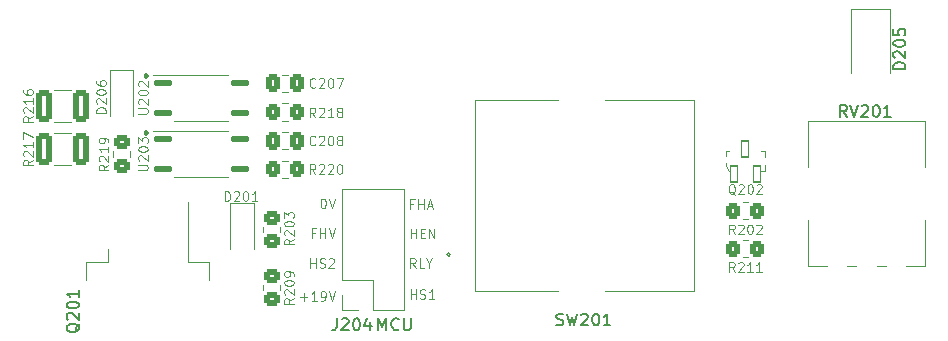
<source format=gto>
G04 #@! TF.GenerationSoftware,KiCad,Pcbnew,(6.0.9)*
G04 #@! TF.CreationDate,2022-11-14T17:10:28+01:00*
G04 #@! TF.ProjectId,HeaterPSU,48656174-6572-4505-9355-2e6b69636164,rev?*
G04 #@! TF.SameCoordinates,Original*
G04 #@! TF.FileFunction,Legend,Top*
G04 #@! TF.FilePolarity,Positive*
%FSLAX46Y46*%
G04 Gerber Fmt 4.6, Leading zero omitted, Abs format (unit mm)*
G04 Created by KiCad (PCBNEW (6.0.9)) date 2022-11-14 17:10:28*
%MOMM*%
%LPD*%
G01*
G04 APERTURE LIST*
G04 Aperture macros list*
%AMRoundRect*
0 Rectangle with rounded corners*
0 $1 Rounding radius*
0 $2 $3 $4 $5 $6 $7 $8 $9 X,Y pos of 4 corners*
0 Add a 4 corners polygon primitive as box body*
4,1,4,$2,$3,$4,$5,$6,$7,$8,$9,$2,$3,0*
0 Add four circle primitives for the rounded corners*
1,1,$1+$1,$2,$3*
1,1,$1+$1,$4,$5*
1,1,$1+$1,$6,$7*
1,1,$1+$1,$8,$9*
0 Add four rect primitives between the rounded corners*
20,1,$1+$1,$2,$3,$4,$5,0*
20,1,$1+$1,$4,$5,$6,$7,0*
20,1,$1+$1,$6,$7,$8,$9,0*
20,1,$1+$1,$8,$9,$2,$3,0*%
G04 Aperture macros list end*
%ADD10C,0.100000*%
%ADD11C,0.300000*%
%ADD12C,0.150000*%
%ADD13C,0.120000*%
%ADD14C,0.200000*%
%ADD15C,2.200000*%
%ADD16C,3.200000*%
%ADD17RoundRect,0.250000X-0.350000X-0.450000X0.350000X-0.450000X0.350000X0.450000X-0.350000X0.450000X0*%
%ADD18R,1.100000X4.600000*%
%ADD19R,10.800000X9.400000*%
%ADD20C,4.000000*%
%ADD21C,1.800000*%
%ADD22R,1.800000X2.500000*%
%ADD23R,1.700000X1.700000*%
%ADD24O,1.700000X1.700000*%
%ADD25RoundRect,0.250000X0.337500X0.475000X-0.337500X0.475000X-0.337500X-0.475000X0.337500X-0.475000X0*%
%ADD26RoundRect,0.137500X-0.662500X-0.137500X0.662500X-0.137500X0.662500X0.137500X-0.662500X0.137500X0*%
%ADD27RoundRect,0.250000X0.400000X1.075000X-0.400000X1.075000X-0.400000X-1.075000X0.400000X-1.075000X0*%
%ADD28RoundRect,0.250000X-0.450000X0.350000X-0.450000X-0.350000X0.450000X-0.350000X0.450000X0.350000X0*%
%ADD29C,3.000000*%
%ADD30C,1.400000*%
%ADD31RoundRect,0.250000X0.350000X0.450000X-0.350000X0.450000X-0.350000X-0.450000X0.350000X-0.450000X0*%
%ADD32R,1.200000X0.900000*%
%ADD33RoundRect,0.250000X0.450000X-0.350000X0.450000X0.350000X-0.450000X0.350000X-0.450000X-0.350000X0*%
%ADD34RoundRect,0.070000X0.300000X-0.650000X0.300000X0.650000X-0.300000X0.650000X-0.300000X-0.650000X0*%
%ADD35R,2.500000X2.500000*%
%ADD36O,2.500000X2.500000*%
%ADD37R,1.550000X1.550000*%
%ADD38C,1.550000*%
%ADD39R,3.000000X3.000000*%
%ADD40O,2.200000X1.700000*%
%ADD41R,2.200000X1.700000*%
G04 APERTURE END LIST*
D10*
X96888095Y-68711904D02*
X96621428Y-68330952D01*
X96430952Y-68711904D02*
X96430952Y-67911904D01*
X96735714Y-67911904D01*
X96811904Y-67950000D01*
X96850000Y-67988095D01*
X96888095Y-68064285D01*
X96888095Y-68178571D01*
X96850000Y-68254761D01*
X96811904Y-68292857D01*
X96735714Y-68330952D01*
X96430952Y-68330952D01*
X97611904Y-68711904D02*
X97230952Y-68711904D01*
X97230952Y-67911904D01*
X98030952Y-68330952D02*
X98030952Y-68711904D01*
X97764285Y-67911904D02*
X98030952Y-68330952D01*
X98297619Y-67911904D01*
X88378571Y-65742857D02*
X88111905Y-65742857D01*
X88111905Y-66161904D02*
X88111905Y-65361904D01*
X88492857Y-65361904D01*
X88797619Y-66161904D02*
X88797619Y-65361904D01*
X88797619Y-65742857D02*
X89254762Y-65742857D01*
X89254762Y-66161904D02*
X89254762Y-65361904D01*
X89521429Y-65361904D02*
X89788095Y-66161904D01*
X90054762Y-65361904D01*
D11*
X74100000Y-52435714D02*
X74171428Y-52507142D01*
X74100000Y-52578571D01*
X74028571Y-52507142D01*
X74100000Y-52435714D01*
X74100000Y-52578571D01*
D10*
X96707142Y-63292857D02*
X96440476Y-63292857D01*
X96440476Y-63711904D02*
X96440476Y-62911904D01*
X96821428Y-62911904D01*
X97126190Y-63711904D02*
X97126190Y-62911904D01*
X97126190Y-63292857D02*
X97583333Y-63292857D01*
X97583333Y-63711904D02*
X97583333Y-62911904D01*
X97926190Y-63483333D02*
X98307142Y-63483333D01*
X97850000Y-63711904D02*
X98116666Y-62911904D01*
X98383333Y-63711904D01*
D12*
X93742857Y-74002380D02*
X93742857Y-73002380D01*
X94076190Y-73716666D01*
X94409523Y-73002380D01*
X94409523Y-74002380D01*
X95457142Y-73907142D02*
X95409523Y-73954761D01*
X95266666Y-74002380D01*
X95171428Y-74002380D01*
X95028571Y-73954761D01*
X94933333Y-73859523D01*
X94885714Y-73764285D01*
X94838095Y-73573809D01*
X94838095Y-73430952D01*
X94885714Y-73240476D01*
X94933333Y-73145238D01*
X95028571Y-73050000D01*
X95171428Y-73002380D01*
X95266666Y-73002380D01*
X95409523Y-73050000D01*
X95457142Y-73097619D01*
X95885714Y-73002380D02*
X95885714Y-73811904D01*
X95933333Y-73907142D01*
X95980952Y-73954761D01*
X96076190Y-74002380D01*
X96266666Y-74002380D01*
X96361904Y-73954761D01*
X96409523Y-73907142D01*
X96457142Y-73811904D01*
X96457142Y-73002380D01*
D10*
X96459523Y-71361904D02*
X96459523Y-70561904D01*
X96459523Y-70942857D02*
X96916666Y-70942857D01*
X96916666Y-71361904D02*
X96916666Y-70561904D01*
X97259523Y-71323809D02*
X97373809Y-71361904D01*
X97564285Y-71361904D01*
X97640476Y-71323809D01*
X97678571Y-71285714D01*
X97716666Y-71209523D01*
X97716666Y-71133333D01*
X97678571Y-71057142D01*
X97640476Y-71019047D01*
X97564285Y-70980952D01*
X97411904Y-70942857D01*
X97335714Y-70904761D01*
X97297619Y-70866666D01*
X97259523Y-70790476D01*
X97259523Y-70714285D01*
X97297619Y-70638095D01*
X97335714Y-70600000D01*
X97411904Y-70561904D01*
X97602380Y-70561904D01*
X97716666Y-70600000D01*
X98478571Y-71361904D02*
X98021428Y-71361904D01*
X98250000Y-71361904D02*
X98250000Y-70561904D01*
X98173809Y-70676190D01*
X98097619Y-70752380D01*
X98021428Y-70790476D01*
X87959523Y-68711904D02*
X87959523Y-67911904D01*
X87959523Y-68292857D02*
X88416666Y-68292857D01*
X88416666Y-68711904D02*
X88416666Y-67911904D01*
X88759523Y-68673809D02*
X88873809Y-68711904D01*
X89064285Y-68711904D01*
X89140476Y-68673809D01*
X89178571Y-68635714D01*
X89216666Y-68559523D01*
X89216666Y-68483333D01*
X89178571Y-68407142D01*
X89140476Y-68369047D01*
X89064285Y-68330952D01*
X88911904Y-68292857D01*
X88835714Y-68254761D01*
X88797619Y-68216666D01*
X88759523Y-68140476D01*
X88759523Y-68064285D01*
X88797619Y-67988095D01*
X88835714Y-67950000D01*
X88911904Y-67911904D01*
X89102380Y-67911904D01*
X89216666Y-67950000D01*
X89521428Y-67988095D02*
X89559523Y-67950000D01*
X89635714Y-67911904D01*
X89826190Y-67911904D01*
X89902380Y-67950000D01*
X89940476Y-67988095D01*
X89978571Y-68064285D01*
X89978571Y-68140476D01*
X89940476Y-68254761D01*
X89483333Y-68711904D01*
X89978571Y-68711904D01*
X87121429Y-71207142D02*
X87730953Y-71207142D01*
X87426191Y-71511904D02*
X87426191Y-70902380D01*
X88530953Y-71511904D02*
X88073810Y-71511904D01*
X88302381Y-71511904D02*
X88302381Y-70711904D01*
X88226191Y-70826190D01*
X88150000Y-70902380D01*
X88073810Y-70940476D01*
X88911905Y-71511904D02*
X89064286Y-71511904D01*
X89140476Y-71473809D01*
X89178572Y-71435714D01*
X89254762Y-71321428D01*
X89292857Y-71169047D01*
X89292857Y-70864285D01*
X89254762Y-70788095D01*
X89216667Y-70750000D01*
X89140476Y-70711904D01*
X88988095Y-70711904D01*
X88911905Y-70750000D01*
X88873810Y-70788095D01*
X88835714Y-70864285D01*
X88835714Y-71054761D01*
X88873810Y-71130952D01*
X88911905Y-71169047D01*
X88988095Y-71207142D01*
X89140476Y-71207142D01*
X89216667Y-71169047D01*
X89254762Y-71130952D01*
X89292857Y-71054761D01*
X89521429Y-70711904D02*
X89788095Y-71511904D01*
X90054762Y-70711904D01*
X89026190Y-62861904D02*
X89102381Y-62861904D01*
X89178571Y-62900000D01*
X89216666Y-62938095D01*
X89254762Y-63014285D01*
X89292857Y-63166666D01*
X89292857Y-63357142D01*
X89254762Y-63509523D01*
X89216666Y-63585714D01*
X89178571Y-63623809D01*
X89102381Y-63661904D01*
X89026190Y-63661904D01*
X88950000Y-63623809D01*
X88911904Y-63585714D01*
X88873809Y-63509523D01*
X88835714Y-63357142D01*
X88835714Y-63166666D01*
X88873809Y-63014285D01*
X88911904Y-62938095D01*
X88950000Y-62900000D01*
X89026190Y-62861904D01*
X89521428Y-62861904D02*
X89788095Y-63661904D01*
X90054762Y-62861904D01*
X96464286Y-66211904D02*
X96464286Y-65411904D01*
X96464286Y-65792857D02*
X96921429Y-65792857D01*
X96921429Y-66211904D02*
X96921429Y-65411904D01*
X97302381Y-65792857D02*
X97569048Y-65792857D01*
X97683333Y-66211904D02*
X97302381Y-66211904D01*
X97302381Y-65411904D01*
X97683333Y-65411904D01*
X98026190Y-66211904D02*
X98026190Y-65411904D01*
X98483333Y-66211904D01*
X98483333Y-65411904D01*
D11*
X74100000Y-57235714D02*
X74171428Y-57307142D01*
X74100000Y-57378571D01*
X74028571Y-57307142D01*
X74100000Y-57235714D01*
X74100000Y-57378571D01*
D10*
X123904761Y-65861904D02*
X123638095Y-65480952D01*
X123447619Y-65861904D02*
X123447619Y-65061904D01*
X123752380Y-65061904D01*
X123828571Y-65100000D01*
X123866666Y-65138095D01*
X123904761Y-65214285D01*
X123904761Y-65328571D01*
X123866666Y-65404761D01*
X123828571Y-65442857D01*
X123752380Y-65480952D01*
X123447619Y-65480952D01*
X124209523Y-65138095D02*
X124247619Y-65100000D01*
X124323809Y-65061904D01*
X124514285Y-65061904D01*
X124590476Y-65100000D01*
X124628571Y-65138095D01*
X124666666Y-65214285D01*
X124666666Y-65290476D01*
X124628571Y-65404761D01*
X124171428Y-65861904D01*
X124666666Y-65861904D01*
X125161904Y-65061904D02*
X125238095Y-65061904D01*
X125314285Y-65100000D01*
X125352380Y-65138095D01*
X125390476Y-65214285D01*
X125428571Y-65366666D01*
X125428571Y-65557142D01*
X125390476Y-65709523D01*
X125352380Y-65785714D01*
X125314285Y-65823809D01*
X125238095Y-65861904D01*
X125161904Y-65861904D01*
X125085714Y-65823809D01*
X125047619Y-65785714D01*
X125009523Y-65709523D01*
X124971428Y-65557142D01*
X124971428Y-65366666D01*
X125009523Y-65214285D01*
X125047619Y-65138095D01*
X125085714Y-65100000D01*
X125161904Y-65061904D01*
X125733333Y-65138095D02*
X125771428Y-65100000D01*
X125847619Y-65061904D01*
X126038095Y-65061904D01*
X126114285Y-65100000D01*
X126152380Y-65138095D01*
X126190476Y-65214285D01*
X126190476Y-65290476D01*
X126152380Y-65404761D01*
X125695238Y-65861904D01*
X126190476Y-65861904D01*
D12*
X68447619Y-73447619D02*
X68400000Y-73542857D01*
X68304761Y-73638095D01*
X68161904Y-73780952D01*
X68114285Y-73876190D01*
X68114285Y-73971428D01*
X68352380Y-73923809D02*
X68304761Y-74019047D01*
X68209523Y-74114285D01*
X68019047Y-74161904D01*
X67685714Y-74161904D01*
X67495238Y-74114285D01*
X67400000Y-74019047D01*
X67352380Y-73923809D01*
X67352380Y-73733333D01*
X67400000Y-73638095D01*
X67495238Y-73542857D01*
X67685714Y-73495238D01*
X68019047Y-73495238D01*
X68209523Y-73542857D01*
X68304761Y-73638095D01*
X68352380Y-73733333D01*
X68352380Y-73923809D01*
X67447619Y-73114285D02*
X67400000Y-73066666D01*
X67352380Y-72971428D01*
X67352380Y-72733333D01*
X67400000Y-72638095D01*
X67447619Y-72590476D01*
X67542857Y-72542857D01*
X67638095Y-72542857D01*
X67780952Y-72590476D01*
X68352380Y-73161904D01*
X68352380Y-72542857D01*
X67352380Y-71923809D02*
X67352380Y-71828571D01*
X67400000Y-71733333D01*
X67447619Y-71685714D01*
X67542857Y-71638095D01*
X67733333Y-71590476D01*
X67971428Y-71590476D01*
X68161904Y-71638095D01*
X68257142Y-71685714D01*
X68304761Y-71733333D01*
X68352380Y-71828571D01*
X68352380Y-71923809D01*
X68304761Y-72019047D01*
X68257142Y-72066666D01*
X68161904Y-72114285D01*
X67971428Y-72161904D01*
X67733333Y-72161904D01*
X67542857Y-72114285D01*
X67447619Y-72066666D01*
X67400000Y-72019047D01*
X67352380Y-71923809D01*
X68352380Y-70638095D02*
X68352380Y-71209523D01*
X68352380Y-70923809D02*
X67352380Y-70923809D01*
X67495238Y-71019047D01*
X67590476Y-71114285D01*
X67638095Y-71209523D01*
X133402380Y-55952380D02*
X133069047Y-55476190D01*
X132830952Y-55952380D02*
X132830952Y-54952380D01*
X133211904Y-54952380D01*
X133307142Y-55000000D01*
X133354761Y-55047619D01*
X133402380Y-55142857D01*
X133402380Y-55285714D01*
X133354761Y-55380952D01*
X133307142Y-55428571D01*
X133211904Y-55476190D01*
X132830952Y-55476190D01*
X133688095Y-54952380D02*
X134021428Y-55952380D01*
X134354761Y-54952380D01*
X134640476Y-55047619D02*
X134688095Y-55000000D01*
X134783333Y-54952380D01*
X135021428Y-54952380D01*
X135116666Y-55000000D01*
X135164285Y-55047619D01*
X135211904Y-55142857D01*
X135211904Y-55238095D01*
X135164285Y-55380952D01*
X134592857Y-55952380D01*
X135211904Y-55952380D01*
X135830952Y-54952380D02*
X135926190Y-54952380D01*
X136021428Y-55000000D01*
X136069047Y-55047619D01*
X136116666Y-55142857D01*
X136164285Y-55333333D01*
X136164285Y-55571428D01*
X136116666Y-55761904D01*
X136069047Y-55857142D01*
X136021428Y-55904761D01*
X135926190Y-55952380D01*
X135830952Y-55952380D01*
X135735714Y-55904761D01*
X135688095Y-55857142D01*
X135640476Y-55761904D01*
X135592857Y-55571428D01*
X135592857Y-55333333D01*
X135640476Y-55142857D01*
X135688095Y-55047619D01*
X135735714Y-55000000D01*
X135830952Y-54952380D01*
X137116666Y-55952380D02*
X136545238Y-55952380D01*
X136830952Y-55952380D02*
X136830952Y-54952380D01*
X136735714Y-55095238D01*
X136640476Y-55190476D01*
X136545238Y-55238095D01*
X138344880Y-51897976D02*
X137344880Y-51897976D01*
X137344880Y-51659880D01*
X137392500Y-51517023D01*
X137487738Y-51421785D01*
X137582976Y-51374166D01*
X137773452Y-51326547D01*
X137916309Y-51326547D01*
X138106785Y-51374166D01*
X138202023Y-51421785D01*
X138297261Y-51517023D01*
X138344880Y-51659880D01*
X138344880Y-51897976D01*
X137440119Y-50945595D02*
X137392500Y-50897976D01*
X137344880Y-50802738D01*
X137344880Y-50564642D01*
X137392500Y-50469404D01*
X137440119Y-50421785D01*
X137535357Y-50374166D01*
X137630595Y-50374166D01*
X137773452Y-50421785D01*
X138344880Y-50993214D01*
X138344880Y-50374166D01*
X137344880Y-49755119D02*
X137344880Y-49659880D01*
X137392500Y-49564642D01*
X137440119Y-49517023D01*
X137535357Y-49469404D01*
X137725833Y-49421785D01*
X137963928Y-49421785D01*
X138154404Y-49469404D01*
X138249642Y-49517023D01*
X138297261Y-49564642D01*
X138344880Y-49659880D01*
X138344880Y-49755119D01*
X138297261Y-49850357D01*
X138249642Y-49897976D01*
X138154404Y-49945595D01*
X137963928Y-49993214D01*
X137725833Y-49993214D01*
X137535357Y-49945595D01*
X137440119Y-49897976D01*
X137392500Y-49850357D01*
X137344880Y-49755119D01*
X137344880Y-48517023D02*
X137344880Y-48993214D01*
X137821071Y-49040833D01*
X137773452Y-48993214D01*
X137725833Y-48897976D01*
X137725833Y-48659880D01*
X137773452Y-48564642D01*
X137821071Y-48517023D01*
X137916309Y-48469404D01*
X138154404Y-48469404D01*
X138249642Y-48517023D01*
X138297261Y-48564642D01*
X138344880Y-48659880D01*
X138344880Y-48897976D01*
X138297261Y-48993214D01*
X138249642Y-49040833D01*
X90214285Y-73002380D02*
X90214285Y-73716666D01*
X90166666Y-73859523D01*
X90071428Y-73954761D01*
X89928571Y-74002380D01*
X89833333Y-74002380D01*
X90642857Y-73097619D02*
X90690476Y-73050000D01*
X90785714Y-73002380D01*
X91023809Y-73002380D01*
X91119047Y-73050000D01*
X91166666Y-73097619D01*
X91214285Y-73192857D01*
X91214285Y-73288095D01*
X91166666Y-73430952D01*
X90595238Y-74002380D01*
X91214285Y-74002380D01*
X91833333Y-73002380D02*
X91928571Y-73002380D01*
X92023809Y-73050000D01*
X92071428Y-73097619D01*
X92119047Y-73192857D01*
X92166666Y-73383333D01*
X92166666Y-73621428D01*
X92119047Y-73811904D01*
X92071428Y-73907142D01*
X92023809Y-73954761D01*
X91928571Y-74002380D01*
X91833333Y-74002380D01*
X91738095Y-73954761D01*
X91690476Y-73907142D01*
X91642857Y-73811904D01*
X91595238Y-73621428D01*
X91595238Y-73383333D01*
X91642857Y-73192857D01*
X91690476Y-73097619D01*
X91738095Y-73050000D01*
X91833333Y-73002380D01*
X93023809Y-73335714D02*
X93023809Y-74002380D01*
X92785714Y-72954761D02*
X92547619Y-73669047D01*
X93166666Y-73669047D01*
D10*
X88404761Y-58285714D02*
X88366666Y-58323809D01*
X88252380Y-58361904D01*
X88176190Y-58361904D01*
X88061904Y-58323809D01*
X87985714Y-58247619D01*
X87947619Y-58171428D01*
X87909523Y-58019047D01*
X87909523Y-57904761D01*
X87947619Y-57752380D01*
X87985714Y-57676190D01*
X88061904Y-57600000D01*
X88176190Y-57561904D01*
X88252380Y-57561904D01*
X88366666Y-57600000D01*
X88404761Y-57638095D01*
X88709523Y-57638095D02*
X88747619Y-57600000D01*
X88823809Y-57561904D01*
X89014285Y-57561904D01*
X89090476Y-57600000D01*
X89128571Y-57638095D01*
X89166666Y-57714285D01*
X89166666Y-57790476D01*
X89128571Y-57904761D01*
X88671428Y-58361904D01*
X89166666Y-58361904D01*
X89661904Y-57561904D02*
X89738095Y-57561904D01*
X89814285Y-57600000D01*
X89852380Y-57638095D01*
X89890476Y-57714285D01*
X89928571Y-57866666D01*
X89928571Y-58057142D01*
X89890476Y-58209523D01*
X89852380Y-58285714D01*
X89814285Y-58323809D01*
X89738095Y-58361904D01*
X89661904Y-58361904D01*
X89585714Y-58323809D01*
X89547619Y-58285714D01*
X89509523Y-58209523D01*
X89471428Y-58057142D01*
X89471428Y-57866666D01*
X89509523Y-57714285D01*
X89547619Y-57638095D01*
X89585714Y-57600000D01*
X89661904Y-57561904D01*
X90385714Y-57904761D02*
X90309523Y-57866666D01*
X90271428Y-57828571D01*
X90233333Y-57752380D01*
X90233333Y-57714285D01*
X90271428Y-57638095D01*
X90309523Y-57600000D01*
X90385714Y-57561904D01*
X90538095Y-57561904D01*
X90614285Y-57600000D01*
X90652380Y-57638095D01*
X90690476Y-57714285D01*
X90690476Y-57752380D01*
X90652380Y-57828571D01*
X90614285Y-57866666D01*
X90538095Y-57904761D01*
X90385714Y-57904761D01*
X90309523Y-57942857D01*
X90271428Y-57980952D01*
X90233333Y-58057142D01*
X90233333Y-58209523D01*
X90271428Y-58285714D01*
X90309523Y-58323809D01*
X90385714Y-58361904D01*
X90538095Y-58361904D01*
X90614285Y-58323809D01*
X90652380Y-58285714D01*
X90690476Y-58209523D01*
X90690476Y-58057142D01*
X90652380Y-57980952D01*
X90614285Y-57942857D01*
X90538095Y-57904761D01*
X73395654Y-55671428D02*
X74043273Y-55671428D01*
X74119464Y-55633333D01*
X74157559Y-55595238D01*
X74195654Y-55519047D01*
X74195654Y-55366666D01*
X74157559Y-55290476D01*
X74119464Y-55252380D01*
X74043273Y-55214285D01*
X73395654Y-55214285D01*
X73471845Y-54871428D02*
X73433750Y-54833333D01*
X73395654Y-54757142D01*
X73395654Y-54566666D01*
X73433750Y-54490476D01*
X73471845Y-54452380D01*
X73548035Y-54414285D01*
X73624226Y-54414285D01*
X73738511Y-54452380D01*
X74195654Y-54909523D01*
X74195654Y-54414285D01*
X73395654Y-53919047D02*
X73395654Y-53842857D01*
X73433750Y-53766666D01*
X73471845Y-53728571D01*
X73548035Y-53690476D01*
X73700416Y-53652380D01*
X73890892Y-53652380D01*
X74043273Y-53690476D01*
X74119464Y-53728571D01*
X74157559Y-53766666D01*
X74195654Y-53842857D01*
X74195654Y-53919047D01*
X74157559Y-53995238D01*
X74119464Y-54033333D01*
X74043273Y-54071428D01*
X73890892Y-54109523D01*
X73700416Y-54109523D01*
X73548035Y-54071428D01*
X73471845Y-54033333D01*
X73433750Y-53995238D01*
X73395654Y-53919047D01*
X73471845Y-53347619D02*
X73433750Y-53309523D01*
X73395654Y-53233333D01*
X73395654Y-53042857D01*
X73433750Y-52966666D01*
X73471845Y-52928571D01*
X73548035Y-52890476D01*
X73624226Y-52890476D01*
X73738511Y-52928571D01*
X74195654Y-53385714D01*
X74195654Y-52890476D01*
X88404761Y-53385714D02*
X88366666Y-53423809D01*
X88252380Y-53461904D01*
X88176190Y-53461904D01*
X88061904Y-53423809D01*
X87985714Y-53347619D01*
X87947619Y-53271428D01*
X87909523Y-53119047D01*
X87909523Y-53004761D01*
X87947619Y-52852380D01*
X87985714Y-52776190D01*
X88061904Y-52700000D01*
X88176190Y-52661904D01*
X88252380Y-52661904D01*
X88366666Y-52700000D01*
X88404761Y-52738095D01*
X88709523Y-52738095D02*
X88747619Y-52700000D01*
X88823809Y-52661904D01*
X89014285Y-52661904D01*
X89090476Y-52700000D01*
X89128571Y-52738095D01*
X89166666Y-52814285D01*
X89166666Y-52890476D01*
X89128571Y-53004761D01*
X88671428Y-53461904D01*
X89166666Y-53461904D01*
X89661904Y-52661904D02*
X89738095Y-52661904D01*
X89814285Y-52700000D01*
X89852380Y-52738095D01*
X89890476Y-52814285D01*
X89928571Y-52966666D01*
X89928571Y-53157142D01*
X89890476Y-53309523D01*
X89852380Y-53385714D01*
X89814285Y-53423809D01*
X89738095Y-53461904D01*
X89661904Y-53461904D01*
X89585714Y-53423809D01*
X89547619Y-53385714D01*
X89509523Y-53309523D01*
X89471428Y-53157142D01*
X89471428Y-52966666D01*
X89509523Y-52814285D01*
X89547619Y-52738095D01*
X89585714Y-52700000D01*
X89661904Y-52661904D01*
X90195238Y-52661904D02*
X90728571Y-52661904D01*
X90385714Y-53461904D01*
X64461904Y-59595238D02*
X64080952Y-59861904D01*
X64461904Y-60052380D02*
X63661904Y-60052380D01*
X63661904Y-59747619D01*
X63700000Y-59671428D01*
X63738095Y-59633333D01*
X63814285Y-59595238D01*
X63928571Y-59595238D01*
X64004761Y-59633333D01*
X64042857Y-59671428D01*
X64080952Y-59747619D01*
X64080952Y-60052380D01*
X63738095Y-59290476D02*
X63700000Y-59252380D01*
X63661904Y-59176190D01*
X63661904Y-58985714D01*
X63700000Y-58909523D01*
X63738095Y-58871428D01*
X63814285Y-58833333D01*
X63890476Y-58833333D01*
X64004761Y-58871428D01*
X64461904Y-59328571D01*
X64461904Y-58833333D01*
X64461904Y-58071428D02*
X64461904Y-58528571D01*
X64461904Y-58300000D02*
X63661904Y-58300000D01*
X63776190Y-58376190D01*
X63852380Y-58452380D01*
X63890476Y-58528571D01*
X63661904Y-57804761D02*
X63661904Y-57271428D01*
X64461904Y-57614285D01*
X86561904Y-66295238D02*
X86180952Y-66561904D01*
X86561904Y-66752380D02*
X85761904Y-66752380D01*
X85761904Y-66447619D01*
X85800000Y-66371428D01*
X85838095Y-66333333D01*
X85914285Y-66295238D01*
X86028571Y-66295238D01*
X86104761Y-66333333D01*
X86142857Y-66371428D01*
X86180952Y-66447619D01*
X86180952Y-66752380D01*
X85838095Y-65990476D02*
X85800000Y-65952380D01*
X85761904Y-65876190D01*
X85761904Y-65685714D01*
X85800000Y-65609523D01*
X85838095Y-65571428D01*
X85914285Y-65533333D01*
X85990476Y-65533333D01*
X86104761Y-65571428D01*
X86561904Y-66028571D01*
X86561904Y-65533333D01*
X85761904Y-65038095D02*
X85761904Y-64961904D01*
X85800000Y-64885714D01*
X85838095Y-64847619D01*
X85914285Y-64809523D01*
X86066666Y-64771428D01*
X86257142Y-64771428D01*
X86409523Y-64809523D01*
X86485714Y-64847619D01*
X86523809Y-64885714D01*
X86561904Y-64961904D01*
X86561904Y-65038095D01*
X86523809Y-65114285D01*
X86485714Y-65152380D01*
X86409523Y-65190476D01*
X86257142Y-65228571D01*
X86066666Y-65228571D01*
X85914285Y-65190476D01*
X85838095Y-65152380D01*
X85800000Y-65114285D01*
X85761904Y-65038095D01*
X85761904Y-64504761D02*
X85761904Y-64009523D01*
X86066666Y-64276190D01*
X86066666Y-64161904D01*
X86104761Y-64085714D01*
X86142857Y-64047619D01*
X86219047Y-64009523D01*
X86409523Y-64009523D01*
X86485714Y-64047619D01*
X86523809Y-64085714D01*
X86561904Y-64161904D01*
X86561904Y-64390476D01*
X86523809Y-64466666D01*
X86485714Y-64504761D01*
X64461904Y-55895238D02*
X64080952Y-56161904D01*
X64461904Y-56352380D02*
X63661904Y-56352380D01*
X63661904Y-56047619D01*
X63700000Y-55971428D01*
X63738095Y-55933333D01*
X63814285Y-55895238D01*
X63928571Y-55895238D01*
X64004761Y-55933333D01*
X64042857Y-55971428D01*
X64080952Y-56047619D01*
X64080952Y-56352380D01*
X63738095Y-55590476D02*
X63700000Y-55552380D01*
X63661904Y-55476190D01*
X63661904Y-55285714D01*
X63700000Y-55209523D01*
X63738095Y-55171428D01*
X63814285Y-55133333D01*
X63890476Y-55133333D01*
X64004761Y-55171428D01*
X64461904Y-55628571D01*
X64461904Y-55133333D01*
X64461904Y-54371428D02*
X64461904Y-54828571D01*
X64461904Y-54600000D02*
X63661904Y-54600000D01*
X63776190Y-54676190D01*
X63852380Y-54752380D01*
X63890476Y-54828571D01*
X63661904Y-53685714D02*
X63661904Y-53838095D01*
X63700000Y-53914285D01*
X63738095Y-53952380D01*
X63852380Y-54028571D01*
X64004761Y-54066666D01*
X64309523Y-54066666D01*
X64385714Y-54028571D01*
X64423809Y-53990476D01*
X64461904Y-53914285D01*
X64461904Y-53761904D01*
X64423809Y-53685714D01*
X64385714Y-53647619D01*
X64309523Y-53609523D01*
X64119047Y-53609523D01*
X64042857Y-53647619D01*
X64004761Y-53685714D01*
X63966666Y-53761904D01*
X63966666Y-53914285D01*
X64004761Y-53990476D01*
X64042857Y-54028571D01*
X64119047Y-54066666D01*
D12*
X108814285Y-73554761D02*
X108957142Y-73602380D01*
X109195238Y-73602380D01*
X109290476Y-73554761D01*
X109338095Y-73507142D01*
X109385714Y-73411904D01*
X109385714Y-73316666D01*
X109338095Y-73221428D01*
X109290476Y-73173809D01*
X109195238Y-73126190D01*
X109004761Y-73078571D01*
X108909523Y-73030952D01*
X108861904Y-72983333D01*
X108814285Y-72888095D01*
X108814285Y-72792857D01*
X108861904Y-72697619D01*
X108909523Y-72650000D01*
X109004761Y-72602380D01*
X109242857Y-72602380D01*
X109385714Y-72650000D01*
X109719047Y-72602380D02*
X109957142Y-73602380D01*
X110147619Y-72888095D01*
X110338095Y-73602380D01*
X110576190Y-72602380D01*
X110909523Y-72697619D02*
X110957142Y-72650000D01*
X111052380Y-72602380D01*
X111290476Y-72602380D01*
X111385714Y-72650000D01*
X111433333Y-72697619D01*
X111480952Y-72792857D01*
X111480952Y-72888095D01*
X111433333Y-73030952D01*
X110861904Y-73602380D01*
X111480952Y-73602380D01*
X112100000Y-72602380D02*
X112195238Y-72602380D01*
X112290476Y-72650000D01*
X112338095Y-72697619D01*
X112385714Y-72792857D01*
X112433333Y-72983333D01*
X112433333Y-73221428D01*
X112385714Y-73411904D01*
X112338095Y-73507142D01*
X112290476Y-73554761D01*
X112195238Y-73602380D01*
X112100000Y-73602380D01*
X112004761Y-73554761D01*
X111957142Y-73507142D01*
X111909523Y-73411904D01*
X111861904Y-73221428D01*
X111861904Y-72983333D01*
X111909523Y-72792857D01*
X111957142Y-72697619D01*
X112004761Y-72650000D01*
X112100000Y-72602380D01*
X113385714Y-73602380D02*
X112814285Y-73602380D01*
X113100000Y-73602380D02*
X113100000Y-72602380D01*
X113004761Y-72745238D01*
X112909523Y-72840476D01*
X112814285Y-72888095D01*
D10*
X88404761Y-60761904D02*
X88138095Y-60380952D01*
X87947619Y-60761904D02*
X87947619Y-59961904D01*
X88252380Y-59961904D01*
X88328571Y-60000000D01*
X88366666Y-60038095D01*
X88404761Y-60114285D01*
X88404761Y-60228571D01*
X88366666Y-60304761D01*
X88328571Y-60342857D01*
X88252380Y-60380952D01*
X87947619Y-60380952D01*
X88709523Y-60038095D02*
X88747619Y-60000000D01*
X88823809Y-59961904D01*
X89014285Y-59961904D01*
X89090476Y-60000000D01*
X89128571Y-60038095D01*
X89166666Y-60114285D01*
X89166666Y-60190476D01*
X89128571Y-60304761D01*
X88671428Y-60761904D01*
X89166666Y-60761904D01*
X89471428Y-60038095D02*
X89509523Y-60000000D01*
X89585714Y-59961904D01*
X89776190Y-59961904D01*
X89852380Y-60000000D01*
X89890476Y-60038095D01*
X89928571Y-60114285D01*
X89928571Y-60190476D01*
X89890476Y-60304761D01*
X89433333Y-60761904D01*
X89928571Y-60761904D01*
X90423809Y-59961904D02*
X90500000Y-59961904D01*
X90576190Y-60000000D01*
X90614285Y-60038095D01*
X90652380Y-60114285D01*
X90690476Y-60266666D01*
X90690476Y-60457142D01*
X90652380Y-60609523D01*
X90614285Y-60685714D01*
X90576190Y-60723809D01*
X90500000Y-60761904D01*
X90423809Y-60761904D01*
X90347619Y-60723809D01*
X90309523Y-60685714D01*
X90271428Y-60609523D01*
X90233333Y-60457142D01*
X90233333Y-60266666D01*
X90271428Y-60114285D01*
X90309523Y-60038095D01*
X90347619Y-60000000D01*
X90423809Y-59961904D01*
X73395654Y-60471428D02*
X74043273Y-60471428D01*
X74119464Y-60433333D01*
X74157559Y-60395238D01*
X74195654Y-60319047D01*
X74195654Y-60166666D01*
X74157559Y-60090476D01*
X74119464Y-60052380D01*
X74043273Y-60014285D01*
X73395654Y-60014285D01*
X73471845Y-59671428D02*
X73433750Y-59633333D01*
X73395654Y-59557142D01*
X73395654Y-59366666D01*
X73433750Y-59290476D01*
X73471845Y-59252380D01*
X73548035Y-59214285D01*
X73624226Y-59214285D01*
X73738511Y-59252380D01*
X74195654Y-59709523D01*
X74195654Y-59214285D01*
X73395654Y-58719047D02*
X73395654Y-58642857D01*
X73433750Y-58566666D01*
X73471845Y-58528571D01*
X73548035Y-58490476D01*
X73700416Y-58452380D01*
X73890892Y-58452380D01*
X74043273Y-58490476D01*
X74119464Y-58528571D01*
X74157559Y-58566666D01*
X74195654Y-58642857D01*
X74195654Y-58719047D01*
X74157559Y-58795238D01*
X74119464Y-58833333D01*
X74043273Y-58871428D01*
X73890892Y-58909523D01*
X73700416Y-58909523D01*
X73548035Y-58871428D01*
X73471845Y-58833333D01*
X73433750Y-58795238D01*
X73395654Y-58719047D01*
X73395654Y-58185714D02*
X73395654Y-57690476D01*
X73700416Y-57957142D01*
X73700416Y-57842857D01*
X73738511Y-57766666D01*
X73776607Y-57728571D01*
X73852797Y-57690476D01*
X74043273Y-57690476D01*
X74119464Y-57728571D01*
X74157559Y-57766666D01*
X74195654Y-57842857D01*
X74195654Y-58071428D01*
X74157559Y-58147619D01*
X74119464Y-58185714D01*
X123904761Y-69061904D02*
X123638095Y-68680952D01*
X123447619Y-69061904D02*
X123447619Y-68261904D01*
X123752380Y-68261904D01*
X123828571Y-68300000D01*
X123866666Y-68338095D01*
X123904761Y-68414285D01*
X123904761Y-68528571D01*
X123866666Y-68604761D01*
X123828571Y-68642857D01*
X123752380Y-68680952D01*
X123447619Y-68680952D01*
X124209523Y-68338095D02*
X124247619Y-68300000D01*
X124323809Y-68261904D01*
X124514285Y-68261904D01*
X124590476Y-68300000D01*
X124628571Y-68338095D01*
X124666666Y-68414285D01*
X124666666Y-68490476D01*
X124628571Y-68604761D01*
X124171428Y-69061904D01*
X124666666Y-69061904D01*
X125428571Y-69061904D02*
X124971428Y-69061904D01*
X125200000Y-69061904D02*
X125200000Y-68261904D01*
X125123809Y-68376190D01*
X125047619Y-68452380D01*
X124971428Y-68490476D01*
X126190476Y-69061904D02*
X125733333Y-69061904D01*
X125961904Y-69061904D02*
X125961904Y-68261904D01*
X125885714Y-68376190D01*
X125809523Y-68452380D01*
X125733333Y-68490476D01*
X70861904Y-59995238D02*
X70480952Y-60261904D01*
X70861904Y-60452380D02*
X70061904Y-60452380D01*
X70061904Y-60147619D01*
X70100000Y-60071428D01*
X70138095Y-60033333D01*
X70214285Y-59995238D01*
X70328571Y-59995238D01*
X70404761Y-60033333D01*
X70442857Y-60071428D01*
X70480952Y-60147619D01*
X70480952Y-60452380D01*
X70138095Y-59690476D02*
X70100000Y-59652380D01*
X70061904Y-59576190D01*
X70061904Y-59385714D01*
X70100000Y-59309523D01*
X70138095Y-59271428D01*
X70214285Y-59233333D01*
X70290476Y-59233333D01*
X70404761Y-59271428D01*
X70861904Y-59728571D01*
X70861904Y-59233333D01*
X70861904Y-58471428D02*
X70861904Y-58928571D01*
X70861904Y-58700000D02*
X70061904Y-58700000D01*
X70176190Y-58776190D01*
X70252380Y-58852380D01*
X70290476Y-58928571D01*
X70861904Y-58090476D02*
X70861904Y-57938095D01*
X70823809Y-57861904D01*
X70785714Y-57823809D01*
X70671428Y-57747619D01*
X70519047Y-57709523D01*
X70214285Y-57709523D01*
X70138095Y-57747619D01*
X70100000Y-57785714D01*
X70061904Y-57861904D01*
X70061904Y-58014285D01*
X70100000Y-58090476D01*
X70138095Y-58128571D01*
X70214285Y-58166666D01*
X70404761Y-58166666D01*
X70480952Y-58128571D01*
X70519047Y-58090476D01*
X70557142Y-58014285D01*
X70557142Y-57861904D01*
X70519047Y-57785714D01*
X70480952Y-57747619D01*
X70404761Y-57709523D01*
X70661904Y-55602380D02*
X69861904Y-55602380D01*
X69861904Y-55411904D01*
X69900000Y-55297619D01*
X69976190Y-55221428D01*
X70052380Y-55183333D01*
X70204761Y-55145238D01*
X70319047Y-55145238D01*
X70471428Y-55183333D01*
X70547619Y-55221428D01*
X70623809Y-55297619D01*
X70661904Y-55411904D01*
X70661904Y-55602380D01*
X69938095Y-54840476D02*
X69900000Y-54802380D01*
X69861904Y-54726190D01*
X69861904Y-54535714D01*
X69900000Y-54459523D01*
X69938095Y-54421428D01*
X70014285Y-54383333D01*
X70090476Y-54383333D01*
X70204761Y-54421428D01*
X70661904Y-54878571D01*
X70661904Y-54383333D01*
X69861904Y-53888095D02*
X69861904Y-53811904D01*
X69900000Y-53735714D01*
X69938095Y-53697619D01*
X70014285Y-53659523D01*
X70166666Y-53621428D01*
X70357142Y-53621428D01*
X70509523Y-53659523D01*
X70585714Y-53697619D01*
X70623809Y-53735714D01*
X70661904Y-53811904D01*
X70661904Y-53888095D01*
X70623809Y-53964285D01*
X70585714Y-54002380D01*
X70509523Y-54040476D01*
X70357142Y-54078571D01*
X70166666Y-54078571D01*
X70014285Y-54040476D01*
X69938095Y-54002380D01*
X69900000Y-53964285D01*
X69861904Y-53888095D01*
X69861904Y-52935714D02*
X69861904Y-53088095D01*
X69900000Y-53164285D01*
X69938095Y-53202380D01*
X70052380Y-53278571D01*
X70204761Y-53316666D01*
X70509523Y-53316666D01*
X70585714Y-53278571D01*
X70623809Y-53240476D01*
X70661904Y-53164285D01*
X70661904Y-53011904D01*
X70623809Y-52935714D01*
X70585714Y-52897619D01*
X70509523Y-52859523D01*
X70319047Y-52859523D01*
X70242857Y-52897619D01*
X70204761Y-52935714D01*
X70166666Y-53011904D01*
X70166666Y-53164285D01*
X70204761Y-53240476D01*
X70242857Y-53278571D01*
X70319047Y-53316666D01*
X80747619Y-63061904D02*
X80747619Y-62261904D01*
X80938095Y-62261904D01*
X81052380Y-62300000D01*
X81128571Y-62376190D01*
X81166666Y-62452380D01*
X81204761Y-62604761D01*
X81204761Y-62719047D01*
X81166666Y-62871428D01*
X81128571Y-62947619D01*
X81052380Y-63023809D01*
X80938095Y-63061904D01*
X80747619Y-63061904D01*
X81509523Y-62338095D02*
X81547619Y-62300000D01*
X81623809Y-62261904D01*
X81814285Y-62261904D01*
X81890476Y-62300000D01*
X81928571Y-62338095D01*
X81966666Y-62414285D01*
X81966666Y-62490476D01*
X81928571Y-62604761D01*
X81471428Y-63061904D01*
X81966666Y-63061904D01*
X82461904Y-62261904D02*
X82538095Y-62261904D01*
X82614285Y-62300000D01*
X82652380Y-62338095D01*
X82690476Y-62414285D01*
X82728571Y-62566666D01*
X82728571Y-62757142D01*
X82690476Y-62909523D01*
X82652380Y-62985714D01*
X82614285Y-63023809D01*
X82538095Y-63061904D01*
X82461904Y-63061904D01*
X82385714Y-63023809D01*
X82347619Y-62985714D01*
X82309523Y-62909523D01*
X82271428Y-62757142D01*
X82271428Y-62566666D01*
X82309523Y-62414285D01*
X82347619Y-62338095D01*
X82385714Y-62300000D01*
X82461904Y-62261904D01*
X83490476Y-63061904D02*
X83033333Y-63061904D01*
X83261904Y-63061904D02*
X83261904Y-62261904D01*
X83185714Y-62376190D01*
X83109523Y-62452380D01*
X83033333Y-62490476D01*
X86561904Y-71295238D02*
X86180952Y-71561904D01*
X86561904Y-71752380D02*
X85761904Y-71752380D01*
X85761904Y-71447619D01*
X85800000Y-71371428D01*
X85838095Y-71333333D01*
X85914285Y-71295238D01*
X86028571Y-71295238D01*
X86104761Y-71333333D01*
X86142857Y-71371428D01*
X86180952Y-71447619D01*
X86180952Y-71752380D01*
X85838095Y-70990476D02*
X85800000Y-70952380D01*
X85761904Y-70876190D01*
X85761904Y-70685714D01*
X85800000Y-70609523D01*
X85838095Y-70571428D01*
X85914285Y-70533333D01*
X85990476Y-70533333D01*
X86104761Y-70571428D01*
X86561904Y-71028571D01*
X86561904Y-70533333D01*
X85761904Y-70038095D02*
X85761904Y-69961904D01*
X85800000Y-69885714D01*
X85838095Y-69847619D01*
X85914285Y-69809523D01*
X86066666Y-69771428D01*
X86257142Y-69771428D01*
X86409523Y-69809523D01*
X86485714Y-69847619D01*
X86523809Y-69885714D01*
X86561904Y-69961904D01*
X86561904Y-70038095D01*
X86523809Y-70114285D01*
X86485714Y-70152380D01*
X86409523Y-70190476D01*
X86257142Y-70228571D01*
X86066666Y-70228571D01*
X85914285Y-70190476D01*
X85838095Y-70152380D01*
X85800000Y-70114285D01*
X85761904Y-70038095D01*
X86561904Y-69390476D02*
X86561904Y-69238095D01*
X86523809Y-69161904D01*
X86485714Y-69123809D01*
X86371428Y-69047619D01*
X86219047Y-69009523D01*
X85914285Y-69009523D01*
X85838095Y-69047619D01*
X85800000Y-69085714D01*
X85761904Y-69161904D01*
X85761904Y-69314285D01*
X85800000Y-69390476D01*
X85838095Y-69428571D01*
X85914285Y-69466666D01*
X86104761Y-69466666D01*
X86180952Y-69428571D01*
X86219047Y-69390476D01*
X86257142Y-69314285D01*
X86257142Y-69161904D01*
X86219047Y-69085714D01*
X86180952Y-69047619D01*
X86104761Y-69009523D01*
X88404761Y-55961904D02*
X88138095Y-55580952D01*
X87947619Y-55961904D02*
X87947619Y-55161904D01*
X88252380Y-55161904D01*
X88328571Y-55200000D01*
X88366666Y-55238095D01*
X88404761Y-55314285D01*
X88404761Y-55428571D01*
X88366666Y-55504761D01*
X88328571Y-55542857D01*
X88252380Y-55580952D01*
X87947619Y-55580952D01*
X88709523Y-55238095D02*
X88747619Y-55200000D01*
X88823809Y-55161904D01*
X89014285Y-55161904D01*
X89090476Y-55200000D01*
X89128571Y-55238095D01*
X89166666Y-55314285D01*
X89166666Y-55390476D01*
X89128571Y-55504761D01*
X88671428Y-55961904D01*
X89166666Y-55961904D01*
X89928571Y-55961904D02*
X89471428Y-55961904D01*
X89700000Y-55961904D02*
X89700000Y-55161904D01*
X89623809Y-55276190D01*
X89547619Y-55352380D01*
X89471428Y-55390476D01*
X90385714Y-55504761D02*
X90309523Y-55466666D01*
X90271428Y-55428571D01*
X90233333Y-55352380D01*
X90233333Y-55314285D01*
X90271428Y-55238095D01*
X90309523Y-55200000D01*
X90385714Y-55161904D01*
X90538095Y-55161904D01*
X90614285Y-55200000D01*
X90652380Y-55238095D01*
X90690476Y-55314285D01*
X90690476Y-55352380D01*
X90652380Y-55428571D01*
X90614285Y-55466666D01*
X90538095Y-55504761D01*
X90385714Y-55504761D01*
X90309523Y-55542857D01*
X90271428Y-55580952D01*
X90233333Y-55657142D01*
X90233333Y-55809523D01*
X90271428Y-55885714D01*
X90309523Y-55923809D01*
X90385714Y-55961904D01*
X90538095Y-55961904D01*
X90614285Y-55923809D01*
X90652380Y-55885714D01*
X90690476Y-55809523D01*
X90690476Y-55657142D01*
X90652380Y-55580952D01*
X90614285Y-55542857D01*
X90538095Y-55504761D01*
X123961904Y-62538095D02*
X123885714Y-62500000D01*
X123809523Y-62423809D01*
X123695238Y-62309523D01*
X123619047Y-62271428D01*
X123542857Y-62271428D01*
X123580952Y-62461904D02*
X123504761Y-62423809D01*
X123428571Y-62347619D01*
X123390476Y-62195238D01*
X123390476Y-61928571D01*
X123428571Y-61776190D01*
X123504761Y-61700000D01*
X123580952Y-61661904D01*
X123733333Y-61661904D01*
X123809523Y-61700000D01*
X123885714Y-61776190D01*
X123923809Y-61928571D01*
X123923809Y-62195238D01*
X123885714Y-62347619D01*
X123809523Y-62423809D01*
X123733333Y-62461904D01*
X123580952Y-62461904D01*
X124228571Y-61738095D02*
X124266666Y-61700000D01*
X124342857Y-61661904D01*
X124533333Y-61661904D01*
X124609523Y-61700000D01*
X124647619Y-61738095D01*
X124685714Y-61814285D01*
X124685714Y-61890476D01*
X124647619Y-62004761D01*
X124190476Y-62461904D01*
X124685714Y-62461904D01*
X125180952Y-61661904D02*
X125257142Y-61661904D01*
X125333333Y-61700000D01*
X125371428Y-61738095D01*
X125409523Y-61814285D01*
X125447619Y-61966666D01*
X125447619Y-62157142D01*
X125409523Y-62309523D01*
X125371428Y-62385714D01*
X125333333Y-62423809D01*
X125257142Y-62461904D01*
X125180952Y-62461904D01*
X125104761Y-62423809D01*
X125066666Y-62385714D01*
X125028571Y-62309523D01*
X124990476Y-62157142D01*
X124990476Y-61966666D01*
X125028571Y-61814285D01*
X125066666Y-61738095D01*
X125104761Y-61700000D01*
X125180952Y-61661904D01*
X125752380Y-61738095D02*
X125790476Y-61700000D01*
X125866666Y-61661904D01*
X126057142Y-61661904D01*
X126133333Y-61700000D01*
X126171428Y-61738095D01*
X126209523Y-61814285D01*
X126209523Y-61890476D01*
X126171428Y-62004761D01*
X125714285Y-62461904D01*
X126209523Y-62461904D01*
D13*
X124572936Y-63165000D02*
X125027064Y-63165000D01*
X124572936Y-64635000D02*
X125027064Y-64635000D01*
X70810000Y-68250000D02*
X70810000Y-67150000D01*
X79400000Y-69750000D02*
X79400000Y-68250000D01*
X77590000Y-68250000D02*
X77590000Y-63125000D01*
X69000000Y-69750000D02*
X69000000Y-68250000D01*
X79400000Y-68250000D02*
X77590000Y-68250000D01*
X69000000Y-68250000D02*
X70810000Y-68250000D01*
X138420000Y-68570000D02*
X140020000Y-68570000D01*
X130080000Y-68570000D02*
X131679000Y-68570000D01*
X140020000Y-60195000D02*
X140020000Y-56330000D01*
X130080000Y-56330000D02*
X140020000Y-56330000D01*
X133421000Y-68570000D02*
X134180000Y-68570000D01*
X135921000Y-68570000D02*
X136680000Y-68570000D01*
X140020000Y-68570000D02*
X140020000Y-64705000D01*
X130080000Y-60195000D02*
X130080000Y-56330000D01*
X130080000Y-68570000D02*
X130080000Y-64705000D01*
X133742500Y-46807500D02*
X133742500Y-52207500D01*
X137042500Y-46807500D02*
X133742500Y-46807500D01*
X137042500Y-46807500D02*
X137042500Y-52207500D01*
X93270000Y-72330000D02*
X93270000Y-69730000D01*
X95870000Y-72330000D02*
X93270000Y-72330000D01*
X95870000Y-62050000D02*
X90670000Y-62050000D01*
X93270000Y-69730000D02*
X90670000Y-69730000D01*
X92000000Y-72330000D02*
X90670000Y-72330000D01*
X90670000Y-72330000D02*
X90670000Y-71000000D01*
X90670000Y-69730000D02*
X90670000Y-62050000D01*
X95870000Y-72330000D02*
X95870000Y-62050000D01*
X86095002Y-57231666D02*
X85572498Y-57231666D01*
X86095002Y-58701666D02*
X85572498Y-58701666D01*
X78733750Y-56310000D02*
X76458750Y-56310000D01*
X78733750Y-52390000D02*
X81008750Y-52390000D01*
X78733750Y-52390000D02*
X74683750Y-52390000D01*
X78733750Y-56310000D02*
X81008750Y-56310000D01*
X86095002Y-52365000D02*
X85572498Y-52365000D01*
X86095002Y-53835000D02*
X85572498Y-53835000D01*
X67723737Y-60055000D02*
X66276263Y-60055000D01*
X67723737Y-57345000D02*
X66276263Y-57345000D01*
X83965000Y-65272936D02*
X83965000Y-65727064D01*
X85435000Y-65272936D02*
X85435000Y-65727064D01*
X67723737Y-56355000D02*
X66276263Y-56355000D01*
X67723737Y-53645000D02*
X66276263Y-53645000D01*
D14*
X99675000Y-67700000D02*
G75*
G03*
X99675000Y-67500000I0J100000D01*
G01*
X99675000Y-67500000D02*
G75*
G03*
X99675000Y-67700000I0J-100000D01*
G01*
D10*
X101925000Y-54500000D02*
X101925000Y-70700000D01*
X120425000Y-70600000D02*
X120425000Y-70600000D01*
X120425000Y-70600000D02*
X120425000Y-70700000D01*
X120425000Y-54500000D02*
X120425000Y-70600000D01*
X101925000Y-70700000D02*
X108925000Y-70700000D01*
X112925000Y-54500000D02*
X120425000Y-54500000D01*
X108925000Y-54500000D02*
X101925000Y-54500000D01*
D14*
X99675000Y-67500000D02*
X99675000Y-67500000D01*
X99675000Y-67700000D02*
X99675000Y-67700000D01*
D10*
X120425000Y-70700000D02*
X112925000Y-70700000D01*
D13*
X86060814Y-59665000D02*
X85606686Y-59665000D01*
X86060814Y-61135000D02*
X85606686Y-61135000D01*
X78733750Y-61060000D02*
X76458750Y-61060000D01*
X78733750Y-57140000D02*
X74683750Y-57140000D01*
X78733750Y-57140000D02*
X81008750Y-57140000D01*
X78733750Y-61060000D02*
X81008750Y-61060000D01*
X124572936Y-67835000D02*
X125027064Y-67835000D01*
X124572936Y-66365000D02*
X125027064Y-66365000D01*
X72735000Y-58872936D02*
X72735000Y-59327064D01*
X71265000Y-58872936D02*
X71265000Y-59327064D01*
X73000000Y-52000000D02*
X73000000Y-55900000D01*
X73000000Y-52000000D02*
X71000000Y-52000000D01*
X71000000Y-52000000D02*
X71000000Y-55900000D01*
X83200000Y-63250000D02*
X81200000Y-63250000D01*
X83200000Y-63250000D02*
X83200000Y-67150000D01*
X81200000Y-63250000D02*
X81200000Y-67150000D01*
X85435000Y-70627064D02*
X85435000Y-70172936D01*
X83965000Y-70627064D02*
X83965000Y-70172936D01*
X86060814Y-54798333D02*
X85606686Y-54798333D01*
X86060814Y-56268333D02*
X85606686Y-56268333D01*
D10*
X126450000Y-60050000D02*
X126450000Y-60525000D01*
X126450000Y-60525000D02*
X126100000Y-60525000D01*
X123150000Y-59250000D02*
X123150000Y-58875000D01*
X123475000Y-60525000D02*
X123475000Y-61300000D01*
X123150000Y-59875000D02*
X123150000Y-60150000D01*
X123425000Y-60525000D02*
X123475000Y-60525000D01*
X126450000Y-58875000D02*
X126450000Y-59325000D01*
X123150000Y-58875000D02*
X123450000Y-58875000D01*
X126225000Y-58875000D02*
X126100000Y-58875000D01*
X123150000Y-60150000D02*
X123425000Y-60525000D01*
X126150000Y-58875000D02*
X126450000Y-58875000D01*
%LPC*%
D15*
X131300000Y-77000000D03*
X138800000Y-75000000D03*
D16*
X151500000Y-48500000D03*
X65000000Y-76500000D03*
D17*
X123800000Y-63900000D03*
X125800000Y-63900000D03*
D18*
X76740000Y-65425000D03*
D19*
X74200000Y-74575000D03*
D18*
X71660000Y-65425000D03*
D20*
X130650000Y-62450000D03*
X139450000Y-62450000D03*
D21*
X137550000Y-69450000D03*
X135050000Y-69450000D03*
X132550000Y-69450000D03*
D22*
X135392500Y-48207500D03*
X135392500Y-52207500D03*
D23*
X92000000Y-71000000D03*
D24*
X94540000Y-71000000D03*
X92000000Y-68460000D03*
X94540000Y-68460000D03*
X92000000Y-65920000D03*
X94540000Y-65920000D03*
X92000000Y-63380000D03*
X94540000Y-63380000D03*
D25*
X86871250Y-57966666D03*
X84796250Y-57966666D03*
D26*
X75483750Y-53080000D03*
X75483750Y-55620000D03*
X81983750Y-55620000D03*
X81983750Y-53080000D03*
D25*
X86871250Y-53100000D03*
X84796250Y-53100000D03*
D16*
X65000000Y-48500000D03*
X151500000Y-76500000D03*
D27*
X68550000Y-58700000D03*
X65450000Y-58700000D03*
D28*
X84700000Y-64500000D03*
X84700000Y-66500000D03*
D27*
X68550000Y-55000000D03*
X65450000Y-55000000D03*
D29*
X111025000Y-70600000D03*
X111025000Y-54600000D03*
D30*
X119075000Y-67600000D03*
X119075000Y-65100000D03*
X119075000Y-62600000D03*
X119075000Y-60100000D03*
X119075000Y-57600000D03*
X100775000Y-57600000D03*
X100775000Y-60100000D03*
X100775000Y-62600000D03*
X100775000Y-65100000D03*
X100775000Y-67600000D03*
D31*
X86833750Y-60400000D03*
X84833750Y-60400000D03*
D26*
X75483750Y-57830000D03*
X75483750Y-60370000D03*
X81983750Y-60370000D03*
X81983750Y-57830000D03*
D17*
X123800000Y-67100000D03*
X125800000Y-67100000D03*
D28*
X72000000Y-58100000D03*
X72000000Y-60100000D03*
D32*
X72000000Y-52600000D03*
X72000000Y-55900000D03*
X82200000Y-67150000D03*
X82200000Y-63850000D03*
D33*
X84700000Y-71400000D03*
X84700000Y-69400000D03*
D31*
X86833750Y-55533333D03*
X84833750Y-55533333D03*
D34*
X123850000Y-60750000D03*
X125750000Y-60750000D03*
X124800000Y-58650000D03*
D35*
X131487719Y-46850000D03*
D36*
X131487719Y-54450000D03*
X144187719Y-46850000D03*
X146727719Y-54450000D03*
D37*
X109397239Y-51450000D03*
D38*
X104397239Y-48950000D03*
X109397239Y-46450000D03*
D39*
X147950000Y-58991500D03*
D29*
X147950000Y-64071500D03*
X147950000Y-69151500D03*
D40*
X60200000Y-55420000D03*
D41*
X60200000Y-52880000D03*
D37*
X117597239Y-51450000D03*
D38*
X112597239Y-48950000D03*
X117597239Y-46450000D03*
D37*
X125797239Y-51450000D03*
D38*
X120797239Y-48950000D03*
X125797239Y-46450000D03*
D41*
X60200000Y-58530000D03*
D40*
X60200000Y-61070000D03*
D37*
X101197239Y-51450000D03*
D38*
X96197239Y-48950000D03*
X101197239Y-46450000D03*
D39*
X62500000Y-70540000D03*
D29*
X62500000Y-65460000D03*
M02*

</source>
